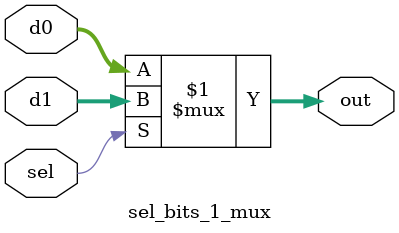
<source format=v>
`timescale 1ns / 1ps

module sel_bits_1_mux
#(	// DATA_BITS为输入的位宽 缺省值为2
	parameter DATA_BITS = 2
)
(
	input wire [DATA_BITS-1:0] d0, d1,
	input wire sel,
	output wire [DATA_BITS-1:0] out
);

assign out = sel? d1: d0;

endmodule
</source>
